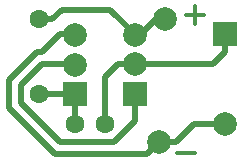
<source format=gbr>
G04 #@! TF.GenerationSoftware,KiCad,Pcbnew,5.1.5-52549c5~86~ubuntu18.04.1*
G04 #@! TF.CreationDate,2020-04-19T21:09:33+03:00*
G04 #@! TF.ProjectId,buzzer,62757a7a-6572-42e6-9b69-6361645f7063,rev?*
G04 #@! TF.SameCoordinates,Original*
G04 #@! TF.FileFunction,Copper,L2,Bot*
G04 #@! TF.FilePolarity,Positive*
%FSLAX46Y46*%
G04 Gerber Fmt 4.6, Leading zero omitted, Abs format (unit mm)*
G04 Created by KiCad (PCBNEW 5.1.5-52549c5~86~ubuntu18.04.1) date 2020-04-19 21:09:33*
%MOMM*%
%LPD*%
G04 APERTURE LIST*
%ADD10C,0.300000*%
%ADD11C,1.600000*%
%ADD12C,2.000000*%
%ADD13R,2.000000X2.000000*%
%ADD14C,0.500000*%
G04 APERTURE END LIST*
D10*
X143509904Y-95138857D02*
X141986095Y-95138857D01*
X144271904Y-83454857D02*
X142748095Y-83454857D01*
X143510000Y-84216761D02*
X143510000Y-82692952D01*
D11*
X130302000Y-90170000D03*
X130302000Y-83820000D03*
D12*
X146050000Y-92690000D03*
D13*
X146050000Y-85090000D03*
D11*
X135890000Y-92710000D03*
X133350000Y-92710000D03*
D12*
X140462000Y-94234000D03*
D13*
X138430000Y-90130000D03*
D12*
X138430000Y-87630000D03*
X138430000Y-85130000D03*
X133350000Y-85170000D03*
X133350000Y-87670000D03*
D13*
X133350000Y-90170000D03*
D12*
X140970000Y-83820000D03*
D14*
X138430000Y-92464002D02*
X138430000Y-90170000D01*
X136634001Y-94260001D02*
X138430000Y-92464002D01*
X132097999Y-94260001D02*
X136634001Y-94260001D01*
X128751999Y-90914001D02*
X132097999Y-94260001D01*
X128751999Y-89425999D02*
X128751999Y-90914001D01*
X133350000Y-87630000D02*
X130547998Y-87630000D01*
X130547998Y-87630000D02*
X128751999Y-89425999D01*
X135890000Y-88755787D02*
X135890000Y-92848630D01*
X138430000Y-87630000D02*
X137015787Y-87630000D01*
X137015787Y-87630000D02*
X135890000Y-88755787D01*
X138430000Y-87630000D02*
X145010000Y-87630000D01*
X146050000Y-86590000D02*
X146050000Y-85090000D01*
X145010000Y-87630000D02*
X146050000Y-86590000D01*
X133350000Y-90170000D02*
X133350000Y-92710000D01*
X133350000Y-90170000D02*
X130302000Y-90170000D01*
X138430000Y-85090000D02*
X136360001Y-83020001D01*
X138938000Y-85090000D02*
X140716000Y-83312000D01*
X138430000Y-85090000D02*
X138938000Y-85090000D01*
X132233369Y-83020001D02*
X136360001Y-83020001D01*
X130302000Y-83820000D02*
X131433370Y-83820000D01*
X131433370Y-83820000D02*
X132233369Y-83020001D01*
X132080000Y-85090000D02*
X130540010Y-86629990D01*
X133350000Y-85090000D02*
X132080000Y-85090000D01*
X139435988Y-95260012D02*
X140462000Y-94234000D01*
X140462000Y-94234000D02*
X141876213Y-94234000D01*
X143400213Y-92710000D02*
X146050000Y-92710000D01*
X141876213Y-94234000D02*
X143400213Y-92710000D01*
X130133781Y-86629990D02*
X127751991Y-89011781D01*
X130540010Y-86629990D02*
X130133781Y-86629990D01*
X127751991Y-89011781D02*
X127751991Y-91328219D01*
X131683784Y-95260012D02*
X139435988Y-95260012D01*
X127751991Y-91328219D02*
X131683784Y-95260012D01*
M02*

</source>
